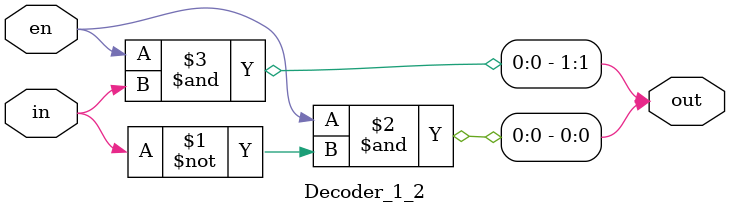
<source format=sv>
module Decoder_1_2(
	input logic in,
	input logic en,
	output logic [1:0] out
);
	
	// out[0] is HIGH, only if in is 0.
	// out[1] is HIGH, only if in is 1.
	// if en is LOW, out is LOW.
	assign out[0] = en & ~in;
	assign out[1] = en & in;

endmodule

</source>
